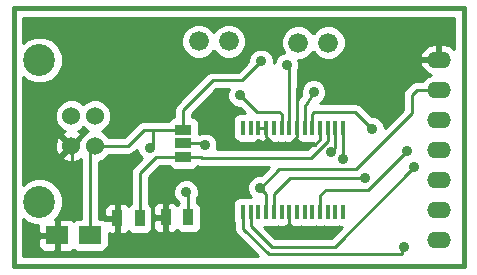
<source format=gtl>
G04 (created by PCBNEW-RS274X (2012-jan-04)-stable) date Fri 25 Jan 2013 16:17:33 CET*
G01*
G70*
G90*
%MOIN*%
G04 Gerber Fmt 3.4, Leading zero omitted, Abs format*
%FSLAX34Y34*%
G04 APERTURE LIST*
%ADD10C,0.006000*%
%ADD11C,0.015000*%
%ADD12C,0.060000*%
%ADD13C,0.106300*%
%ADD14R,0.016000X0.050000*%
%ADD15R,0.035000X0.055000*%
%ADD16C,0.066000*%
%ADD17R,0.055000X0.035000*%
%ADD18O,0.080000X0.055000*%
%ADD19R,0.076800X0.059100*%
%ADD20C,0.035000*%
%ADD21C,0.009800*%
%ADD22C,0.010000*%
G04 APERTURE END LIST*
G54D10*
G54D11*
X53350Y-37475D02*
X53375Y-37475D01*
X53350Y-46050D02*
X53350Y-37475D01*
X68350Y-46050D02*
X53350Y-46050D01*
X68350Y-37450D02*
X68350Y-46050D01*
X53350Y-37450D02*
X68350Y-37450D01*
G54D12*
X56060Y-42040D03*
X56060Y-41040D03*
X55273Y-41040D03*
X55273Y-42040D03*
G54D13*
X54210Y-43902D03*
X54210Y-39178D03*
G54D14*
X61002Y-44229D03*
X61252Y-44229D03*
X61512Y-44229D03*
X61772Y-44229D03*
X62022Y-44229D03*
X62282Y-44229D03*
X62542Y-44229D03*
X62792Y-44229D03*
X63052Y-44229D03*
X63302Y-44229D03*
X63562Y-44229D03*
X63822Y-44229D03*
X64072Y-44229D03*
X64332Y-44229D03*
X64332Y-41429D03*
X64072Y-41429D03*
X63832Y-41429D03*
X63562Y-41429D03*
X63302Y-41429D03*
X63052Y-41429D03*
X62792Y-41429D03*
X62542Y-41429D03*
X62282Y-41429D03*
X62022Y-41429D03*
X61772Y-41429D03*
X61512Y-41429D03*
X61252Y-41429D03*
X61002Y-41429D03*
G54D15*
X58425Y-44425D03*
X59175Y-44425D03*
X56799Y-44457D03*
X57549Y-44457D03*
G54D16*
X60520Y-38555D03*
X59520Y-38555D03*
X63840Y-38595D03*
X62840Y-38595D03*
G54D17*
X59000Y-41955D03*
X59000Y-41495D03*
X59000Y-42405D03*
G54D18*
X67525Y-40165D03*
X67525Y-41165D03*
X67525Y-42165D03*
X67525Y-43165D03*
X67525Y-44165D03*
X67525Y-39165D03*
X67525Y-45165D03*
G54D19*
X54799Y-45020D03*
X55881Y-45020D03*
G54D20*
X56060Y-42040D03*
X63350Y-40250D03*
X61600Y-39220D03*
X59100Y-43580D03*
X57880Y-42120D03*
X66450Y-42200D03*
X67525Y-42165D03*
X64340Y-42480D03*
X55273Y-41040D03*
X63940Y-42240D03*
X56060Y-41040D03*
X66700Y-42750D03*
X67525Y-43165D03*
X67525Y-40165D03*
X61560Y-43440D03*
X59720Y-42020D03*
X65300Y-41480D03*
X67525Y-41165D03*
X67525Y-44165D03*
X65050Y-43100D03*
X62450Y-39350D03*
X66350Y-45400D03*
X67525Y-45165D03*
X60900Y-40350D03*
X65650Y-38600D03*
X55273Y-42040D03*
X67525Y-39165D03*
X60000Y-45350D03*
X62550Y-44850D03*
G54D21*
X63250Y-42450D02*
X63832Y-41868D01*
X59600Y-42450D02*
X63250Y-42450D01*
X59645Y-42405D02*
X59600Y-42450D01*
X57549Y-44457D02*
X57549Y-42951D01*
X58095Y-42405D02*
X59000Y-42405D01*
X57549Y-42951D02*
X58095Y-42405D01*
X59000Y-42405D02*
X59645Y-42405D01*
X63832Y-41868D02*
X63832Y-41429D01*
X63052Y-40702D02*
X63052Y-41429D01*
X55881Y-42219D02*
X55881Y-45020D01*
X63350Y-40250D02*
X63052Y-40702D01*
X61600Y-39220D02*
X60960Y-39860D01*
X60960Y-39860D02*
X59980Y-39860D01*
X59980Y-39860D02*
X59000Y-40840D01*
X59000Y-40840D02*
X59000Y-41495D01*
X58000Y-42000D02*
X57880Y-42120D01*
X56060Y-42040D02*
X55881Y-42219D01*
X59175Y-43655D02*
X59175Y-44425D01*
X59100Y-43580D02*
X59175Y-43655D01*
X58000Y-41495D02*
X59000Y-41495D01*
X57160Y-42040D02*
X57705Y-41495D01*
X58000Y-41495D02*
X58000Y-42000D01*
X57705Y-41495D02*
X58000Y-41495D01*
X56060Y-42040D02*
X57160Y-42040D01*
X65150Y-43500D02*
X66450Y-42200D01*
X63750Y-43500D02*
X65150Y-43500D01*
X63562Y-44229D02*
X63562Y-43688D01*
X63562Y-43688D02*
X63750Y-43500D01*
X64332Y-42472D02*
X64340Y-42480D01*
X64332Y-41429D02*
X64332Y-42472D01*
X64072Y-41429D02*
X64072Y-42108D01*
X64072Y-42108D02*
X63940Y-42240D01*
X61950Y-45400D02*
X64050Y-45400D01*
X61252Y-44702D02*
X61950Y-45400D01*
X64050Y-45400D02*
X66700Y-42750D01*
X61252Y-44229D02*
X61252Y-44702D01*
X64760Y-42820D02*
X66620Y-40960D01*
X66620Y-40960D02*
X66620Y-40340D01*
X66620Y-40340D02*
X66795Y-40165D01*
X61772Y-43652D02*
X61772Y-44229D01*
X61560Y-43440D02*
X61772Y-43652D01*
X59655Y-41955D02*
X59720Y-42020D01*
X61560Y-43440D02*
X61580Y-43440D01*
X59000Y-41955D02*
X59655Y-41955D01*
X61580Y-43440D02*
X62200Y-42820D01*
X62200Y-42820D02*
X64760Y-42820D01*
X66795Y-40165D02*
X67525Y-40165D01*
X65300Y-41480D02*
X64740Y-40920D01*
X64740Y-40920D02*
X63360Y-40920D01*
X63302Y-40978D02*
X63302Y-41429D01*
X63360Y-40920D02*
X63302Y-40978D01*
X62022Y-43628D02*
X62550Y-43100D01*
X62022Y-44229D02*
X62022Y-43628D01*
X62550Y-43100D02*
X65050Y-43100D01*
X62542Y-39442D02*
X62542Y-41429D01*
X62450Y-39350D02*
X62542Y-39442D01*
X61002Y-44802D02*
X61850Y-45650D01*
X66300Y-45650D02*
X66300Y-45450D01*
X66300Y-45450D02*
X66350Y-45400D01*
X61850Y-45650D02*
X66300Y-45650D01*
X61002Y-44802D02*
X61002Y-44229D01*
X62200Y-40900D02*
X62282Y-40982D01*
X60900Y-40350D02*
X61450Y-40900D01*
X62282Y-40982D02*
X62282Y-41429D01*
X61450Y-40900D02*
X62200Y-40900D01*
X65250Y-38600D02*
X65650Y-38600D01*
X62792Y-41429D02*
X62792Y-40108D01*
X63250Y-39650D02*
X64200Y-39650D01*
X64200Y-39650D02*
X65250Y-38600D01*
X62792Y-40108D02*
X63250Y-39650D01*
X62792Y-41758D02*
X62792Y-41429D01*
X56799Y-44457D02*
X56799Y-45200D01*
X54799Y-45519D02*
X54799Y-45020D01*
X55280Y-42047D02*
X55280Y-44000D01*
X61772Y-41429D02*
X61750Y-41451D01*
X58425Y-45125D02*
X58400Y-45150D01*
X61750Y-41750D02*
X61950Y-41950D01*
X61750Y-41451D02*
X61750Y-41750D01*
X55280Y-44000D02*
X54799Y-44481D01*
X55273Y-42040D02*
X55280Y-42047D01*
X62600Y-41950D02*
X62792Y-41758D01*
X56800Y-45460D02*
X56600Y-45660D01*
X54799Y-44481D02*
X54799Y-45020D01*
X56799Y-45200D02*
X56800Y-45200D01*
X61512Y-41429D02*
X61772Y-41429D01*
X58350Y-45200D02*
X56800Y-45200D01*
X63562Y-41429D02*
X63562Y-41818D01*
X62650Y-42000D02*
X62600Y-41950D01*
X63380Y-42000D02*
X62650Y-42000D01*
X63562Y-41818D02*
X63380Y-42000D01*
X58400Y-45150D02*
X58350Y-45200D01*
X56800Y-45200D02*
X56800Y-45460D01*
X59300Y-45150D02*
X59500Y-45350D01*
X58425Y-44425D02*
X58425Y-45125D01*
X58400Y-45150D02*
X59300Y-45150D01*
X56600Y-45660D02*
X54940Y-45660D01*
X62550Y-44850D02*
X62542Y-44942D01*
X62542Y-44942D02*
X62542Y-44229D01*
X54940Y-45660D02*
X54799Y-45519D01*
X59500Y-45350D02*
X60000Y-45350D01*
X61950Y-41950D02*
X62600Y-41950D01*
G54D10*
G36*
X63350Y-41928D02*
X63127Y-42151D01*
X60125Y-42151D01*
X60145Y-42105D01*
X60145Y-41936D01*
X60081Y-41780D01*
X59961Y-41660D01*
X59805Y-41595D01*
X59636Y-41595D01*
X59524Y-41640D01*
X59524Y-41621D01*
X59524Y-41271D01*
X59486Y-41179D01*
X59416Y-41109D01*
X59325Y-41071D01*
X59299Y-41071D01*
X59299Y-40963D01*
X60103Y-40159D01*
X60519Y-40159D01*
X60475Y-40265D01*
X60475Y-40434D01*
X60539Y-40590D01*
X60659Y-40710D01*
X60815Y-40775D01*
X60902Y-40775D01*
X61057Y-40930D01*
X61033Y-40930D01*
X60873Y-40930D01*
X60781Y-40968D01*
X60711Y-41038D01*
X60673Y-41129D01*
X60673Y-41228D01*
X60673Y-41728D01*
X60711Y-41820D01*
X60781Y-41890D01*
X60872Y-41928D01*
X60971Y-41928D01*
X61122Y-41928D01*
X61131Y-41928D01*
X61221Y-41928D01*
X61381Y-41928D01*
X61382Y-41927D01*
X61383Y-41928D01*
X61410Y-41929D01*
X61432Y-41906D01*
X61473Y-41890D01*
X61512Y-41851D01*
X61551Y-41890D01*
X61591Y-41906D01*
X61614Y-41929D01*
X61641Y-41928D01*
X61642Y-41927D01*
X61643Y-41928D01*
X61670Y-41929D01*
X61692Y-41906D01*
X61733Y-41890D01*
X61767Y-41856D01*
X61801Y-41890D01*
X61859Y-41914D01*
X61874Y-41929D01*
X61892Y-41928D01*
X61901Y-41928D01*
X61991Y-41928D01*
X62151Y-41928D01*
X62151Y-41927D01*
X62152Y-41928D01*
X62251Y-41928D01*
X62411Y-41928D01*
X62411Y-41927D01*
X62412Y-41928D01*
X62511Y-41928D01*
X62663Y-41928D01*
X62671Y-41928D01*
X62690Y-41929D01*
X62705Y-41913D01*
X62763Y-41890D01*
X62797Y-41856D01*
X62831Y-41890D01*
X62872Y-41907D01*
X62894Y-41929D01*
X62921Y-41928D01*
X62921Y-41927D01*
X62922Y-41928D01*
X63021Y-41928D01*
X63172Y-41928D01*
X63181Y-41928D01*
X63271Y-41928D01*
X63350Y-41928D01*
X63350Y-41928D01*
G37*
G54D22*
X63350Y-41928D02*
X63127Y-42151D01*
X60125Y-42151D01*
X60145Y-42105D01*
X60145Y-41936D01*
X60081Y-41780D01*
X59961Y-41660D01*
X59805Y-41595D01*
X59636Y-41595D01*
X59524Y-41640D01*
X59524Y-41621D01*
X59524Y-41271D01*
X59486Y-41179D01*
X59416Y-41109D01*
X59325Y-41071D01*
X59299Y-41071D01*
X59299Y-40963D01*
X60103Y-40159D01*
X60519Y-40159D01*
X60475Y-40265D01*
X60475Y-40434D01*
X60539Y-40590D01*
X60659Y-40710D01*
X60815Y-40775D01*
X60902Y-40775D01*
X61057Y-40930D01*
X61033Y-40930D01*
X60873Y-40930D01*
X60781Y-40968D01*
X60711Y-41038D01*
X60673Y-41129D01*
X60673Y-41228D01*
X60673Y-41728D01*
X60711Y-41820D01*
X60781Y-41890D01*
X60872Y-41928D01*
X60971Y-41928D01*
X61122Y-41928D01*
X61131Y-41928D01*
X61221Y-41928D01*
X61381Y-41928D01*
X61382Y-41927D01*
X61383Y-41928D01*
X61410Y-41929D01*
X61432Y-41906D01*
X61473Y-41890D01*
X61512Y-41851D01*
X61551Y-41890D01*
X61591Y-41906D01*
X61614Y-41929D01*
X61641Y-41928D01*
X61642Y-41927D01*
X61643Y-41928D01*
X61670Y-41929D01*
X61692Y-41906D01*
X61733Y-41890D01*
X61767Y-41856D01*
X61801Y-41890D01*
X61859Y-41914D01*
X61874Y-41929D01*
X61892Y-41928D01*
X61901Y-41928D01*
X61991Y-41928D01*
X62151Y-41928D01*
X62151Y-41927D01*
X62152Y-41928D01*
X62251Y-41928D01*
X62411Y-41928D01*
X62411Y-41927D01*
X62412Y-41928D01*
X62511Y-41928D01*
X62663Y-41928D01*
X62671Y-41928D01*
X62690Y-41929D01*
X62705Y-41913D01*
X62763Y-41890D01*
X62797Y-41856D01*
X62831Y-41890D01*
X62872Y-41907D01*
X62894Y-41929D01*
X62921Y-41928D01*
X62921Y-41927D01*
X62922Y-41928D01*
X63021Y-41928D01*
X63172Y-41928D01*
X63181Y-41928D01*
X63271Y-41928D01*
X63350Y-41928D01*
G54D10*
G36*
X64299Y-44728D02*
X63926Y-45101D01*
X62073Y-45101D01*
X61700Y-44728D01*
X61741Y-44728D01*
X61892Y-44728D01*
X61901Y-44728D01*
X61991Y-44728D01*
X62151Y-44728D01*
X62151Y-44727D01*
X62152Y-44728D01*
X62251Y-44728D01*
X62411Y-44728D01*
X62412Y-44727D01*
X62413Y-44728D01*
X62440Y-44729D01*
X62462Y-44706D01*
X62503Y-44690D01*
X62537Y-44656D01*
X62571Y-44690D01*
X62629Y-44714D01*
X62644Y-44729D01*
X62662Y-44728D01*
X62671Y-44728D01*
X62761Y-44728D01*
X62921Y-44728D01*
X62921Y-44727D01*
X62922Y-44728D01*
X63021Y-44728D01*
X63172Y-44728D01*
X63181Y-44728D01*
X63271Y-44728D01*
X63431Y-44728D01*
X63431Y-44727D01*
X63432Y-44728D01*
X63531Y-44728D01*
X63691Y-44728D01*
X63691Y-44727D01*
X63692Y-44728D01*
X63791Y-44728D01*
X63942Y-44728D01*
X63951Y-44728D01*
X64041Y-44728D01*
X64201Y-44728D01*
X64201Y-44727D01*
X64202Y-44728D01*
X64299Y-44728D01*
X64299Y-44728D01*
G37*
G54D22*
X64299Y-44728D02*
X63926Y-45101D01*
X62073Y-45101D01*
X61700Y-44728D01*
X61741Y-44728D01*
X61892Y-44728D01*
X61901Y-44728D01*
X61991Y-44728D01*
X62151Y-44728D01*
X62151Y-44727D01*
X62152Y-44728D01*
X62251Y-44728D01*
X62411Y-44728D01*
X62412Y-44727D01*
X62413Y-44728D01*
X62440Y-44729D01*
X62462Y-44706D01*
X62503Y-44690D01*
X62537Y-44656D01*
X62571Y-44690D01*
X62629Y-44714D01*
X62644Y-44729D01*
X62662Y-44728D01*
X62671Y-44728D01*
X62761Y-44728D01*
X62921Y-44728D01*
X62921Y-44727D01*
X62922Y-44728D01*
X63021Y-44728D01*
X63172Y-44728D01*
X63181Y-44728D01*
X63271Y-44728D01*
X63431Y-44728D01*
X63431Y-44727D01*
X63432Y-44728D01*
X63531Y-44728D01*
X63691Y-44728D01*
X63691Y-44727D01*
X63692Y-44728D01*
X63791Y-44728D01*
X63942Y-44728D01*
X63951Y-44728D01*
X64041Y-44728D01*
X64201Y-44728D01*
X64201Y-44727D01*
X64202Y-44728D01*
X64299Y-44728D01*
G54D10*
G36*
X68025Y-38799D02*
X67862Y-38685D01*
X67662Y-38640D01*
X67575Y-38640D01*
X67575Y-39065D01*
X67575Y-39115D01*
X67575Y-39215D01*
X67475Y-39215D01*
X67475Y-39115D01*
X67475Y-38640D01*
X67388Y-38640D01*
X67188Y-38685D01*
X67020Y-38803D01*
X66910Y-38976D01*
X66892Y-39034D01*
X66940Y-39115D01*
X67475Y-39115D01*
X67475Y-39215D01*
X67425Y-39215D01*
X66940Y-39215D01*
X66892Y-39296D01*
X66910Y-39354D01*
X67020Y-39527D01*
X67188Y-39645D01*
X67259Y-39661D01*
X67097Y-39728D01*
X66959Y-39866D01*
X66795Y-39866D01*
X66681Y-39889D01*
X66648Y-39911D01*
X66583Y-39954D01*
X66409Y-40129D01*
X66344Y-40225D01*
X66340Y-40244D01*
X66321Y-40340D01*
X66321Y-40836D01*
X65725Y-41432D01*
X65725Y-41396D01*
X65661Y-41240D01*
X65541Y-41120D01*
X65385Y-41055D01*
X65297Y-41055D01*
X64951Y-40709D01*
X64855Y-40644D01*
X64835Y-40640D01*
X64740Y-40621D01*
X63565Y-40621D01*
X63590Y-40611D01*
X63710Y-40491D01*
X63775Y-40335D01*
X63775Y-40166D01*
X63711Y-40010D01*
X63591Y-39890D01*
X63435Y-39825D01*
X63266Y-39825D01*
X63110Y-39889D01*
X62990Y-40009D01*
X62925Y-40165D01*
X62925Y-40334D01*
X62929Y-40344D01*
X62841Y-40477D01*
X62841Y-39516D01*
X62875Y-39435D01*
X62875Y-39266D01*
X62837Y-39175D01*
X62955Y-39175D01*
X63168Y-39087D01*
X63331Y-38924D01*
X63339Y-38903D01*
X63348Y-38923D01*
X63511Y-39086D01*
X63724Y-39175D01*
X63955Y-39175D01*
X64168Y-39087D01*
X64331Y-38924D01*
X64420Y-38711D01*
X64420Y-38480D01*
X64332Y-38267D01*
X64169Y-38104D01*
X63956Y-38015D01*
X63725Y-38015D01*
X63512Y-38103D01*
X63349Y-38266D01*
X63340Y-38286D01*
X63332Y-38267D01*
X63169Y-38104D01*
X62956Y-38015D01*
X62725Y-38015D01*
X62512Y-38103D01*
X62349Y-38266D01*
X62260Y-38479D01*
X62260Y-38710D01*
X62348Y-38923D01*
X62354Y-38929D01*
X62210Y-38989D01*
X62090Y-39109D01*
X62025Y-39265D01*
X62025Y-39136D01*
X61961Y-38980D01*
X61841Y-38860D01*
X61685Y-38795D01*
X61516Y-38795D01*
X61360Y-38859D01*
X61240Y-38979D01*
X61175Y-39135D01*
X61175Y-39223D01*
X61100Y-39298D01*
X61100Y-38671D01*
X61100Y-38440D01*
X61012Y-38227D01*
X60849Y-38064D01*
X60636Y-37975D01*
X60405Y-37975D01*
X60192Y-38063D01*
X60029Y-38226D01*
X60020Y-38246D01*
X60012Y-38227D01*
X59849Y-38064D01*
X59636Y-37975D01*
X59405Y-37975D01*
X59192Y-38063D01*
X59029Y-38226D01*
X58940Y-38439D01*
X58940Y-38670D01*
X59028Y-38883D01*
X59191Y-39046D01*
X59404Y-39135D01*
X59635Y-39135D01*
X59848Y-39047D01*
X60011Y-38884D01*
X60019Y-38863D01*
X60028Y-38883D01*
X60191Y-39046D01*
X60404Y-39135D01*
X60635Y-39135D01*
X60848Y-39047D01*
X61011Y-38884D01*
X61100Y-38671D01*
X61100Y-39298D01*
X60837Y-39561D01*
X59980Y-39561D01*
X59866Y-39584D01*
X59833Y-39606D01*
X59768Y-39649D01*
X58789Y-40629D01*
X58724Y-40725D01*
X58720Y-40744D01*
X58701Y-40840D01*
X58701Y-41071D01*
X58676Y-41071D01*
X58584Y-41109D01*
X58514Y-41179D01*
X58506Y-41196D01*
X58000Y-41196D01*
X57705Y-41196D01*
X57591Y-41219D01*
X57558Y-41241D01*
X57493Y-41284D01*
X57036Y-41741D01*
X56529Y-41741D01*
X56525Y-41729D01*
X56371Y-41575D01*
X56286Y-41540D01*
X56371Y-41505D01*
X56525Y-41351D01*
X56609Y-41149D01*
X56609Y-40931D01*
X56525Y-40729D01*
X56371Y-40575D01*
X56169Y-40491D01*
X55951Y-40491D01*
X55749Y-40575D01*
X55666Y-40657D01*
X55584Y-40575D01*
X55382Y-40491D01*
X55164Y-40491D01*
X54962Y-40575D01*
X54808Y-40729D01*
X54724Y-40931D01*
X54724Y-41149D01*
X54808Y-41351D01*
X54962Y-41505D01*
X55053Y-41542D01*
X54992Y-41568D01*
X54965Y-41662D01*
X55273Y-41969D01*
X55581Y-41662D01*
X55554Y-41568D01*
X55488Y-41544D01*
X55584Y-41505D01*
X55666Y-41422D01*
X55749Y-41505D01*
X55833Y-41540D01*
X55749Y-41575D01*
X55595Y-41729D01*
X55552Y-41830D01*
X55344Y-42040D01*
X55273Y-42111D01*
X55202Y-42181D01*
X55202Y-42040D01*
X54895Y-41732D01*
X54801Y-41759D01*
X54730Y-41961D01*
X54741Y-42174D01*
X54801Y-42321D01*
X54895Y-42348D01*
X55202Y-42040D01*
X55202Y-42181D01*
X54965Y-42418D01*
X54992Y-42512D01*
X55194Y-42583D01*
X55407Y-42572D01*
X55554Y-42512D01*
X55565Y-42473D01*
X55581Y-42489D01*
X55582Y-42490D01*
X55582Y-44476D01*
X55581Y-44476D01*
X55448Y-44476D01*
X55356Y-44514D01*
X55340Y-44530D01*
X55324Y-44514D01*
X55232Y-44476D01*
X54911Y-44475D01*
X54849Y-44537D01*
X54849Y-44920D01*
X54849Y-44970D01*
X54849Y-45070D01*
X54849Y-45120D01*
X54849Y-45503D01*
X54911Y-45565D01*
X55232Y-45564D01*
X55324Y-45526D01*
X55340Y-45510D01*
X55356Y-45526D01*
X55447Y-45564D01*
X55546Y-45564D01*
X56314Y-45564D01*
X56406Y-45526D01*
X56476Y-45456D01*
X56514Y-45365D01*
X56514Y-45266D01*
X56514Y-44955D01*
X56575Y-44981D01*
X56687Y-44982D01*
X56749Y-44920D01*
X56749Y-44507D01*
X56749Y-44407D01*
X56749Y-43994D01*
X56687Y-43932D01*
X56575Y-43933D01*
X56483Y-43971D01*
X56413Y-44041D01*
X56375Y-44132D01*
X56375Y-44231D01*
X56374Y-44345D01*
X56436Y-44407D01*
X56749Y-44407D01*
X56749Y-44507D01*
X56436Y-44507D01*
X56417Y-44525D01*
X56406Y-44514D01*
X56315Y-44476D01*
X56216Y-44476D01*
X56180Y-44476D01*
X56180Y-42584D01*
X56371Y-42505D01*
X56525Y-42351D01*
X56529Y-42339D01*
X57160Y-42339D01*
X57160Y-42338D01*
X57255Y-42319D01*
X57274Y-42316D01*
X57275Y-42316D01*
X57371Y-42251D01*
X57455Y-42167D01*
X57455Y-42204D01*
X57519Y-42360D01*
X57618Y-42459D01*
X57338Y-42740D01*
X57273Y-42836D01*
X57269Y-42855D01*
X57250Y-42951D01*
X57250Y-43963D01*
X57233Y-43971D01*
X57174Y-44030D01*
X57115Y-43971D01*
X57023Y-43933D01*
X56911Y-43932D01*
X56849Y-43994D01*
X56849Y-44357D01*
X56849Y-44407D01*
X56849Y-44507D01*
X56849Y-44557D01*
X56849Y-44920D01*
X56911Y-44982D01*
X57023Y-44981D01*
X57115Y-44943D01*
X57174Y-44884D01*
X57233Y-44943D01*
X57324Y-44981D01*
X57423Y-44981D01*
X57773Y-44981D01*
X57865Y-44943D01*
X57935Y-44873D01*
X57973Y-44782D01*
X57973Y-44683D01*
X57973Y-44133D01*
X57935Y-44041D01*
X57865Y-43971D01*
X57848Y-43963D01*
X57848Y-43074D01*
X58218Y-42704D01*
X58506Y-42704D01*
X58514Y-42721D01*
X58584Y-42791D01*
X58675Y-42829D01*
X58774Y-42829D01*
X59324Y-42829D01*
X59416Y-42791D01*
X59482Y-42724D01*
X59485Y-42726D01*
X59486Y-42726D01*
X59504Y-42729D01*
X59600Y-42749D01*
X61848Y-42749D01*
X61582Y-43015D01*
X61476Y-43015D01*
X61320Y-43079D01*
X61200Y-43199D01*
X61135Y-43355D01*
X61135Y-43524D01*
X61199Y-43680D01*
X61249Y-43730D01*
X61132Y-43730D01*
X61123Y-43730D01*
X61033Y-43730D01*
X60873Y-43730D01*
X60781Y-43768D01*
X60711Y-43838D01*
X60673Y-43929D01*
X60673Y-44028D01*
X60673Y-44528D01*
X60703Y-44600D01*
X60703Y-44802D01*
X60722Y-44897D01*
X60726Y-44917D01*
X60791Y-45013D01*
X61502Y-45725D01*
X59599Y-45725D01*
X59599Y-44750D01*
X59599Y-44651D01*
X59599Y-44101D01*
X59561Y-44009D01*
X59491Y-43939D01*
X59474Y-43931D01*
X59474Y-43787D01*
X59525Y-43665D01*
X59525Y-43496D01*
X59461Y-43340D01*
X59341Y-43220D01*
X59185Y-43155D01*
X59016Y-43155D01*
X58860Y-43219D01*
X58740Y-43339D01*
X58675Y-43495D01*
X58675Y-43664D01*
X58739Y-43820D01*
X58858Y-43939D01*
X58800Y-43998D01*
X58741Y-43939D01*
X58649Y-43901D01*
X58537Y-43900D01*
X58475Y-43962D01*
X58475Y-44325D01*
X58475Y-44375D01*
X58475Y-44475D01*
X58475Y-44525D01*
X58475Y-44888D01*
X58537Y-44950D01*
X58649Y-44949D01*
X58741Y-44911D01*
X58800Y-44852D01*
X58859Y-44911D01*
X58950Y-44949D01*
X59049Y-44949D01*
X59399Y-44949D01*
X59491Y-44911D01*
X59561Y-44841D01*
X59599Y-44750D01*
X59599Y-45725D01*
X58375Y-45725D01*
X58375Y-44888D01*
X58375Y-44475D01*
X58375Y-44375D01*
X58375Y-43962D01*
X58313Y-43900D01*
X58201Y-43901D01*
X58109Y-43939D01*
X58039Y-44009D01*
X58001Y-44100D01*
X58001Y-44199D01*
X58000Y-44313D01*
X58062Y-44375D01*
X58375Y-44375D01*
X58375Y-44475D01*
X58062Y-44475D01*
X58000Y-44537D01*
X58001Y-44651D01*
X58001Y-44750D01*
X58039Y-44841D01*
X58109Y-44911D01*
X58201Y-44949D01*
X58313Y-44950D01*
X58375Y-44888D01*
X58375Y-45725D01*
X54749Y-45725D01*
X54749Y-45503D01*
X54749Y-45070D01*
X54227Y-45070D01*
X54165Y-45132D01*
X54166Y-45266D01*
X54166Y-45365D01*
X54204Y-45456D01*
X54274Y-45526D01*
X54366Y-45564D01*
X54687Y-45565D01*
X54749Y-45503D01*
X54749Y-45725D01*
X53675Y-45725D01*
X53675Y-44471D01*
X53767Y-44564D01*
X54054Y-44683D01*
X54166Y-44683D01*
X54166Y-44774D01*
X54165Y-44908D01*
X54227Y-44970D01*
X54749Y-44970D01*
X54749Y-44537D01*
X54714Y-44502D01*
X54872Y-44345D01*
X54991Y-44058D01*
X54991Y-43747D01*
X54872Y-43460D01*
X54653Y-43240D01*
X54366Y-43121D01*
X54055Y-43121D01*
X53768Y-43240D01*
X53675Y-43332D01*
X53675Y-39747D01*
X53767Y-39840D01*
X54054Y-39959D01*
X54365Y-39959D01*
X54652Y-39840D01*
X54872Y-39621D01*
X54991Y-39334D01*
X54991Y-39023D01*
X54872Y-38736D01*
X54653Y-38516D01*
X54366Y-38397D01*
X54055Y-38397D01*
X53768Y-38516D01*
X53675Y-38608D01*
X53675Y-37775D01*
X68025Y-37775D01*
X68025Y-38799D01*
X68025Y-38799D01*
G37*
G54D22*
X68025Y-38799D02*
X67862Y-38685D01*
X67662Y-38640D01*
X67575Y-38640D01*
X67575Y-39065D01*
X67575Y-39115D01*
X67575Y-39215D01*
X67475Y-39215D01*
X67475Y-39115D01*
X67475Y-38640D01*
X67388Y-38640D01*
X67188Y-38685D01*
X67020Y-38803D01*
X66910Y-38976D01*
X66892Y-39034D01*
X66940Y-39115D01*
X67475Y-39115D01*
X67475Y-39215D01*
X67425Y-39215D01*
X66940Y-39215D01*
X66892Y-39296D01*
X66910Y-39354D01*
X67020Y-39527D01*
X67188Y-39645D01*
X67259Y-39661D01*
X67097Y-39728D01*
X66959Y-39866D01*
X66795Y-39866D01*
X66681Y-39889D01*
X66648Y-39911D01*
X66583Y-39954D01*
X66409Y-40129D01*
X66344Y-40225D01*
X66340Y-40244D01*
X66321Y-40340D01*
X66321Y-40836D01*
X65725Y-41432D01*
X65725Y-41396D01*
X65661Y-41240D01*
X65541Y-41120D01*
X65385Y-41055D01*
X65297Y-41055D01*
X64951Y-40709D01*
X64855Y-40644D01*
X64835Y-40640D01*
X64740Y-40621D01*
X63565Y-40621D01*
X63590Y-40611D01*
X63710Y-40491D01*
X63775Y-40335D01*
X63775Y-40166D01*
X63711Y-40010D01*
X63591Y-39890D01*
X63435Y-39825D01*
X63266Y-39825D01*
X63110Y-39889D01*
X62990Y-40009D01*
X62925Y-40165D01*
X62925Y-40334D01*
X62929Y-40344D01*
X62841Y-40477D01*
X62841Y-39516D01*
X62875Y-39435D01*
X62875Y-39266D01*
X62837Y-39175D01*
X62955Y-39175D01*
X63168Y-39087D01*
X63331Y-38924D01*
X63339Y-38903D01*
X63348Y-38923D01*
X63511Y-39086D01*
X63724Y-39175D01*
X63955Y-39175D01*
X64168Y-39087D01*
X64331Y-38924D01*
X64420Y-38711D01*
X64420Y-38480D01*
X64332Y-38267D01*
X64169Y-38104D01*
X63956Y-38015D01*
X63725Y-38015D01*
X63512Y-38103D01*
X63349Y-38266D01*
X63340Y-38286D01*
X63332Y-38267D01*
X63169Y-38104D01*
X62956Y-38015D01*
X62725Y-38015D01*
X62512Y-38103D01*
X62349Y-38266D01*
X62260Y-38479D01*
X62260Y-38710D01*
X62348Y-38923D01*
X62354Y-38929D01*
X62210Y-38989D01*
X62090Y-39109D01*
X62025Y-39265D01*
X62025Y-39136D01*
X61961Y-38980D01*
X61841Y-38860D01*
X61685Y-38795D01*
X61516Y-38795D01*
X61360Y-38859D01*
X61240Y-38979D01*
X61175Y-39135D01*
X61175Y-39223D01*
X61100Y-39298D01*
X61100Y-38671D01*
X61100Y-38440D01*
X61012Y-38227D01*
X60849Y-38064D01*
X60636Y-37975D01*
X60405Y-37975D01*
X60192Y-38063D01*
X60029Y-38226D01*
X60020Y-38246D01*
X60012Y-38227D01*
X59849Y-38064D01*
X59636Y-37975D01*
X59405Y-37975D01*
X59192Y-38063D01*
X59029Y-38226D01*
X58940Y-38439D01*
X58940Y-38670D01*
X59028Y-38883D01*
X59191Y-39046D01*
X59404Y-39135D01*
X59635Y-39135D01*
X59848Y-39047D01*
X60011Y-38884D01*
X60019Y-38863D01*
X60028Y-38883D01*
X60191Y-39046D01*
X60404Y-39135D01*
X60635Y-39135D01*
X60848Y-39047D01*
X61011Y-38884D01*
X61100Y-38671D01*
X61100Y-39298D01*
X60837Y-39561D01*
X59980Y-39561D01*
X59866Y-39584D01*
X59833Y-39606D01*
X59768Y-39649D01*
X58789Y-40629D01*
X58724Y-40725D01*
X58720Y-40744D01*
X58701Y-40840D01*
X58701Y-41071D01*
X58676Y-41071D01*
X58584Y-41109D01*
X58514Y-41179D01*
X58506Y-41196D01*
X58000Y-41196D01*
X57705Y-41196D01*
X57591Y-41219D01*
X57558Y-41241D01*
X57493Y-41284D01*
X57036Y-41741D01*
X56529Y-41741D01*
X56525Y-41729D01*
X56371Y-41575D01*
X56286Y-41540D01*
X56371Y-41505D01*
X56525Y-41351D01*
X56609Y-41149D01*
X56609Y-40931D01*
X56525Y-40729D01*
X56371Y-40575D01*
X56169Y-40491D01*
X55951Y-40491D01*
X55749Y-40575D01*
X55666Y-40657D01*
X55584Y-40575D01*
X55382Y-40491D01*
X55164Y-40491D01*
X54962Y-40575D01*
X54808Y-40729D01*
X54724Y-40931D01*
X54724Y-41149D01*
X54808Y-41351D01*
X54962Y-41505D01*
X55053Y-41542D01*
X54992Y-41568D01*
X54965Y-41662D01*
X55273Y-41969D01*
X55581Y-41662D01*
X55554Y-41568D01*
X55488Y-41544D01*
X55584Y-41505D01*
X55666Y-41422D01*
X55749Y-41505D01*
X55833Y-41540D01*
X55749Y-41575D01*
X55595Y-41729D01*
X55552Y-41830D01*
X55344Y-42040D01*
X55273Y-42111D01*
X55202Y-42181D01*
X55202Y-42040D01*
X54895Y-41732D01*
X54801Y-41759D01*
X54730Y-41961D01*
X54741Y-42174D01*
X54801Y-42321D01*
X54895Y-42348D01*
X55202Y-42040D01*
X55202Y-42181D01*
X54965Y-42418D01*
X54992Y-42512D01*
X55194Y-42583D01*
X55407Y-42572D01*
X55554Y-42512D01*
X55565Y-42473D01*
X55581Y-42489D01*
X55582Y-42490D01*
X55582Y-44476D01*
X55581Y-44476D01*
X55448Y-44476D01*
X55356Y-44514D01*
X55340Y-44530D01*
X55324Y-44514D01*
X55232Y-44476D01*
X54911Y-44475D01*
X54849Y-44537D01*
X54849Y-44920D01*
X54849Y-44970D01*
X54849Y-45070D01*
X54849Y-45120D01*
X54849Y-45503D01*
X54911Y-45565D01*
X55232Y-45564D01*
X55324Y-45526D01*
X55340Y-45510D01*
X55356Y-45526D01*
X55447Y-45564D01*
X55546Y-45564D01*
X56314Y-45564D01*
X56406Y-45526D01*
X56476Y-45456D01*
X56514Y-45365D01*
X56514Y-45266D01*
X56514Y-44955D01*
X56575Y-44981D01*
X56687Y-44982D01*
X56749Y-44920D01*
X56749Y-44507D01*
X56749Y-44407D01*
X56749Y-43994D01*
X56687Y-43932D01*
X56575Y-43933D01*
X56483Y-43971D01*
X56413Y-44041D01*
X56375Y-44132D01*
X56375Y-44231D01*
X56374Y-44345D01*
X56436Y-44407D01*
X56749Y-44407D01*
X56749Y-44507D01*
X56436Y-44507D01*
X56417Y-44525D01*
X56406Y-44514D01*
X56315Y-44476D01*
X56216Y-44476D01*
X56180Y-44476D01*
X56180Y-42584D01*
X56371Y-42505D01*
X56525Y-42351D01*
X56529Y-42339D01*
X57160Y-42339D01*
X57160Y-42338D01*
X57255Y-42319D01*
X57274Y-42316D01*
X57275Y-42316D01*
X57371Y-42251D01*
X57455Y-42167D01*
X57455Y-42204D01*
X57519Y-42360D01*
X57618Y-42459D01*
X57338Y-42740D01*
X57273Y-42836D01*
X57269Y-42855D01*
X57250Y-42951D01*
X57250Y-43963D01*
X57233Y-43971D01*
X57174Y-44030D01*
X57115Y-43971D01*
X57023Y-43933D01*
X56911Y-43932D01*
X56849Y-43994D01*
X56849Y-44357D01*
X56849Y-44407D01*
X56849Y-44507D01*
X56849Y-44557D01*
X56849Y-44920D01*
X56911Y-44982D01*
X57023Y-44981D01*
X57115Y-44943D01*
X57174Y-44884D01*
X57233Y-44943D01*
X57324Y-44981D01*
X57423Y-44981D01*
X57773Y-44981D01*
X57865Y-44943D01*
X57935Y-44873D01*
X57973Y-44782D01*
X57973Y-44683D01*
X57973Y-44133D01*
X57935Y-44041D01*
X57865Y-43971D01*
X57848Y-43963D01*
X57848Y-43074D01*
X58218Y-42704D01*
X58506Y-42704D01*
X58514Y-42721D01*
X58584Y-42791D01*
X58675Y-42829D01*
X58774Y-42829D01*
X59324Y-42829D01*
X59416Y-42791D01*
X59482Y-42724D01*
X59485Y-42726D01*
X59486Y-42726D01*
X59504Y-42729D01*
X59600Y-42749D01*
X61848Y-42749D01*
X61582Y-43015D01*
X61476Y-43015D01*
X61320Y-43079D01*
X61200Y-43199D01*
X61135Y-43355D01*
X61135Y-43524D01*
X61199Y-43680D01*
X61249Y-43730D01*
X61132Y-43730D01*
X61123Y-43730D01*
X61033Y-43730D01*
X60873Y-43730D01*
X60781Y-43768D01*
X60711Y-43838D01*
X60673Y-43929D01*
X60673Y-44028D01*
X60673Y-44528D01*
X60703Y-44600D01*
X60703Y-44802D01*
X60722Y-44897D01*
X60726Y-44917D01*
X60791Y-45013D01*
X61502Y-45725D01*
X59599Y-45725D01*
X59599Y-44750D01*
X59599Y-44651D01*
X59599Y-44101D01*
X59561Y-44009D01*
X59491Y-43939D01*
X59474Y-43931D01*
X59474Y-43787D01*
X59525Y-43665D01*
X59525Y-43496D01*
X59461Y-43340D01*
X59341Y-43220D01*
X59185Y-43155D01*
X59016Y-43155D01*
X58860Y-43219D01*
X58740Y-43339D01*
X58675Y-43495D01*
X58675Y-43664D01*
X58739Y-43820D01*
X58858Y-43939D01*
X58800Y-43998D01*
X58741Y-43939D01*
X58649Y-43901D01*
X58537Y-43900D01*
X58475Y-43962D01*
X58475Y-44325D01*
X58475Y-44375D01*
X58475Y-44475D01*
X58475Y-44525D01*
X58475Y-44888D01*
X58537Y-44950D01*
X58649Y-44949D01*
X58741Y-44911D01*
X58800Y-44852D01*
X58859Y-44911D01*
X58950Y-44949D01*
X59049Y-44949D01*
X59399Y-44949D01*
X59491Y-44911D01*
X59561Y-44841D01*
X59599Y-44750D01*
X59599Y-45725D01*
X58375Y-45725D01*
X58375Y-44888D01*
X58375Y-44475D01*
X58375Y-44375D01*
X58375Y-43962D01*
X58313Y-43900D01*
X58201Y-43901D01*
X58109Y-43939D01*
X58039Y-44009D01*
X58001Y-44100D01*
X58001Y-44199D01*
X58000Y-44313D01*
X58062Y-44375D01*
X58375Y-44375D01*
X58375Y-44475D01*
X58062Y-44475D01*
X58000Y-44537D01*
X58001Y-44651D01*
X58001Y-44750D01*
X58039Y-44841D01*
X58109Y-44911D01*
X58201Y-44949D01*
X58313Y-44950D01*
X58375Y-44888D01*
X58375Y-45725D01*
X54749Y-45725D01*
X54749Y-45503D01*
X54749Y-45070D01*
X54227Y-45070D01*
X54165Y-45132D01*
X54166Y-45266D01*
X54166Y-45365D01*
X54204Y-45456D01*
X54274Y-45526D01*
X54366Y-45564D01*
X54687Y-45565D01*
X54749Y-45503D01*
X54749Y-45725D01*
X53675Y-45725D01*
X53675Y-44471D01*
X53767Y-44564D01*
X54054Y-44683D01*
X54166Y-44683D01*
X54166Y-44774D01*
X54165Y-44908D01*
X54227Y-44970D01*
X54749Y-44970D01*
X54749Y-44537D01*
X54714Y-44502D01*
X54872Y-44345D01*
X54991Y-44058D01*
X54991Y-43747D01*
X54872Y-43460D01*
X54653Y-43240D01*
X54366Y-43121D01*
X54055Y-43121D01*
X53768Y-43240D01*
X53675Y-43332D01*
X53675Y-39747D01*
X53767Y-39840D01*
X54054Y-39959D01*
X54365Y-39959D01*
X54652Y-39840D01*
X54872Y-39621D01*
X54991Y-39334D01*
X54991Y-39023D01*
X54872Y-38736D01*
X54653Y-38516D01*
X54366Y-38397D01*
X54055Y-38397D01*
X53768Y-38516D01*
X53675Y-38608D01*
X53675Y-37775D01*
X68025Y-37775D01*
X68025Y-38799D01*
M02*

</source>
